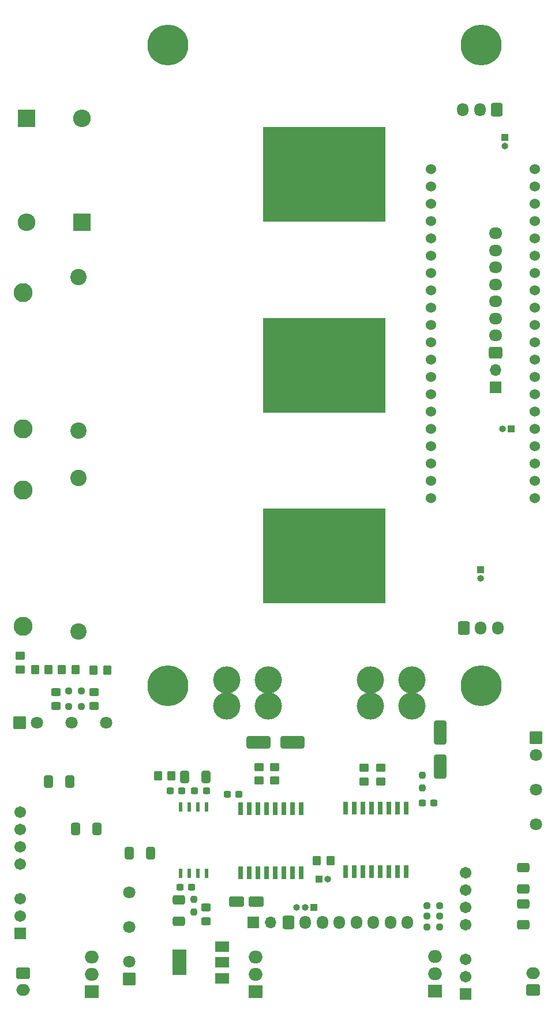
<source format=gbr>
%TF.GenerationSoftware,KiCad,Pcbnew,7.0.9*%
%TF.CreationDate,2024-10-22T00:58:25+05:30*%
%TF.ProjectId,Inverter,496e7665-7274-4657-922e-6b696361645f,rev?*%
%TF.SameCoordinates,Original*%
%TF.FileFunction,Soldermask,Top*%
%TF.FilePolarity,Negative*%
%FSLAX46Y46*%
G04 Gerber Fmt 4.6, Leading zero omitted, Abs format (unit mm)*
G04 Created by KiCad (PCBNEW 7.0.9) date 2024-10-22 00:58:25*
%MOMM*%
%LPD*%
G01*
G04 APERTURE LIST*
G04 Aperture macros list*
%AMRoundRect*
0 Rectangle with rounded corners*
0 $1 Rounding radius*
0 $2 $3 $4 $5 $6 $7 $8 $9 X,Y pos of 4 corners*
0 Add a 4 corners polygon primitive as box body*
4,1,4,$2,$3,$4,$5,$6,$7,$8,$9,$2,$3,0*
0 Add four circle primitives for the rounded corners*
1,1,$1+$1,$2,$3*
1,1,$1+$1,$4,$5*
1,1,$1+$1,$6,$7*
1,1,$1+$1,$8,$9*
0 Add four rect primitives between the rounded corners*
20,1,$1+$1,$2,$3,$4,$5,0*
20,1,$1+$1,$4,$5,$6,$7,0*
20,1,$1+$1,$6,$7,$8,$9,0*
20,1,$1+$1,$8,$9,$2,$3,0*%
G04 Aperture macros list end*
%ADD10R,0.558800X1.473200*%
%ADD11RoundRect,0.250000X1.500000X0.650000X-1.500000X0.650000X-1.500000X-0.650000X1.500000X-0.650000X0*%
%ADD12RoundRect,0.250000X0.450000X-0.350000X0.450000X0.350000X-0.450000X0.350000X-0.450000X-0.350000X0*%
%ADD13RoundRect,0.250000X-0.412500X-0.650000X0.412500X-0.650000X0.412500X0.650000X-0.412500X0.650000X0*%
%ADD14R,2.600000X2.600000*%
%ADD15O,2.600000X2.600000*%
%ADD16R,0.650000X1.850000*%
%ADD17RoundRect,0.250000X0.450000X-0.325000X0.450000X0.325000X-0.450000X0.325000X-0.450000X-0.325000X0*%
%ADD18R,2.000000X1.905000*%
%ADD19O,2.000000X1.905000*%
%ADD20RoundRect,0.102000X0.754000X-0.754000X0.754000X0.754000X-0.754000X0.754000X-0.754000X-0.754000X0*%
%ADD21C,1.712000*%
%ADD22RoundRect,0.250000X-0.600000X-0.725000X0.600000X-0.725000X0.600000X0.725000X-0.600000X0.725000X0*%
%ADD23O,1.700000X1.950000*%
%ADD24RoundRect,0.237500X-0.250000X-0.237500X0.250000X-0.237500X0.250000X0.237500X-0.250000X0.237500X0*%
%ADD25C,2.400000*%
%ADD26C,2.800000*%
%ADD27C,1.804000*%
%ADD28RoundRect,0.102000X-0.800000X-0.800000X0.800000X-0.800000X0.800000X0.800000X-0.800000X0.800000X0*%
%ADD29RoundRect,0.250000X-0.650000X1.500000X-0.650000X-1.500000X0.650000X-1.500000X0.650000X1.500000X0*%
%ADD30R,1.000000X1.000000*%
%ADD31O,1.000000X1.000000*%
%ADD32RoundRect,0.250000X-0.350000X-0.450000X0.350000X-0.450000X0.350000X0.450000X-0.350000X0.450000X0*%
%ADD33RoundRect,0.250000X0.750000X-0.600000X0.750000X0.600000X-0.750000X0.600000X-0.750000X-0.600000X0*%
%ADD34O,2.000000X1.700000*%
%ADD35RoundRect,0.250000X0.412500X0.650000X-0.412500X0.650000X-0.412500X-0.650000X0.412500X-0.650000X0*%
%ADD36RoundRect,0.250000X-0.650000X0.412500X-0.650000X-0.412500X0.650000X-0.412500X0.650000X0.412500X0*%
%ADD37RoundRect,0.237500X0.237500X-0.250000X0.237500X0.250000X-0.237500X0.250000X-0.237500X-0.250000X0*%
%ADD38R,1.700000X1.700000*%
%ADD39O,1.700000X1.700000*%
%ADD40RoundRect,0.237500X0.300000X0.237500X-0.300000X0.237500X-0.300000X-0.237500X0.300000X-0.237500X0*%
%ADD41RoundRect,0.237500X-0.300000X-0.237500X0.300000X-0.237500X0.300000X0.237500X-0.300000X0.237500X0*%
%ADD42R,2.000000X1.500000*%
%ADD43R,2.000000X3.800000*%
%ADD44RoundRect,0.102000X0.800000X-0.800000X0.800000X0.800000X-0.800000X0.800000X-0.800000X-0.800000X0*%
%ADD45RoundRect,0.102000X-0.800000X0.800000X-0.800000X-0.800000X0.800000X-0.800000X0.800000X0.800000X0*%
%ADD46RoundRect,0.250000X-0.450000X0.350000X-0.450000X-0.350000X0.450000X-0.350000X0.450000X0.350000X0*%
%ADD47RoundRect,0.237500X-0.237500X0.250000X-0.237500X-0.250000X0.237500X-0.250000X0.237500X0.250000X0*%
%ADD48RoundRect,0.237500X0.250000X0.237500X-0.250000X0.237500X-0.250000X-0.237500X0.250000X-0.237500X0*%
%ADD49RoundRect,0.250000X0.600000X0.725000X-0.600000X0.725000X-0.600000X-0.725000X0.600000X-0.725000X0*%
%ADD50RoundRect,0.250000X-0.750000X0.600000X-0.750000X-0.600000X0.750000X-0.600000X0.750000X0.600000X0*%
%ADD51RoundRect,0.250000X0.650000X-0.412500X0.650000X0.412500X-0.650000X0.412500X-0.650000X-0.412500X0*%
%ADD52RoundRect,0.250000X0.350000X0.450000X-0.350000X0.450000X-0.350000X-0.450000X0.350000X-0.450000X0*%
%ADD53C,1.524000*%
%ADD54RoundRect,0.250000X-0.450000X0.325000X-0.450000X-0.325000X0.450000X-0.325000X0.450000X0.325000X0*%
%ADD55RoundRect,0.250000X0.850000X0.500000X-0.850000X0.500000X-0.850000X-0.500000X0.850000X-0.500000X0*%
%ADD56RoundRect,0.250000X0.725000X-0.600000X0.725000X0.600000X-0.725000X0.600000X-0.725000X-0.600000X0*%
%ADD57O,1.950000X1.700000*%
%ADD58C,6.000000*%
%ADD59R,18.000000X14.000000*%
%ADD60C,4.000000*%
G04 APERTURE END LIST*
D10*
%TO.C,U10*%
X43755000Y-134023200D03*
X42485000Y-134023200D03*
X41215000Y-134023200D03*
X39945000Y-134023200D03*
X39945000Y-143776800D03*
X41215000Y-143776800D03*
X42485000Y-143776800D03*
X43755000Y-143776800D03*
%TD*%
D11*
%TO.C,D3*%
X56348000Y-124587000D03*
X51348000Y-124587000D03*
%TD*%
D12*
%TO.C,R12*%
X69258400Y-130320800D03*
X69258400Y-128320800D03*
%TD*%
D13*
%TO.C,C12*%
X24472500Y-137287000D03*
X27597500Y-137287000D03*
%TD*%
D14*
%TO.C,D8*%
X25400000Y-48260000D03*
D15*
X25400000Y-33020000D03*
%TD*%
D16*
%TO.C,IC1*%
X57632600Y-134312400D03*
X56362600Y-134312400D03*
X55092600Y-134312400D03*
X53822600Y-134312400D03*
X52552600Y-134312400D03*
X51282600Y-134312400D03*
X50012600Y-134312400D03*
X48742600Y-134312400D03*
X48742600Y-143662400D03*
X50012600Y-143662400D03*
X51282600Y-143662400D03*
X52552600Y-143662400D03*
X53822600Y-143662400D03*
X55092600Y-143662400D03*
X56362600Y-143662400D03*
X57632600Y-143662400D03*
%TD*%
D17*
%TO.C,D19*%
X43650000Y-150825000D03*
X43650000Y-148775000D03*
%TD*%
D13*
%TO.C,C37*%
X32387500Y-140800000D03*
X35512500Y-140800000D03*
%TD*%
D17*
%TO.C,D15*%
X27200000Y-119206000D03*
X27200000Y-117156000D03*
%TD*%
D18*
%TO.C,U3*%
X50895000Y-161090000D03*
D19*
X50895000Y-158550000D03*
X50895000Y-156010000D03*
%TD*%
D20*
%TO.C,PS1*%
X16365000Y-152595500D03*
D21*
X16365000Y-150055500D03*
X16365000Y-147515500D03*
X16365000Y-142435500D03*
X16365000Y-139895500D03*
X16365000Y-137355500D03*
X16365000Y-134815500D03*
%TD*%
D22*
%TO.C,J2*%
X55706000Y-150977600D03*
D23*
X58206000Y-150977600D03*
X60706000Y-150977600D03*
X63206000Y-150977600D03*
X65706000Y-150977600D03*
X68206000Y-150977600D03*
X70706000Y-150977600D03*
X73206000Y-150977600D03*
%TD*%
D24*
%TO.C,R23*%
X23506880Y-119324000D03*
X25331880Y-119324000D03*
%TD*%
D25*
%TO.C,C25*%
X24892000Y-56314000D03*
X24892000Y-78814000D03*
%TD*%
D26*
%TO.C,R5*%
X16764000Y-58580000D03*
X16764000Y-78580000D03*
%TD*%
D27*
%TO.C,IC3*%
X18796000Y-121666000D03*
X23876000Y-121666000D03*
D28*
X16256000Y-121666000D03*
D27*
X28956000Y-121666000D03*
%TD*%
D29*
%TO.C,D6*%
X78054200Y-123128400D03*
X78054200Y-128128400D03*
%TD*%
D30*
%TO.C,J9*%
X60250000Y-144600000D03*
D31*
X61520000Y-144600000D03*
%TD*%
D32*
%TO.C,R28*%
X59900000Y-141950000D03*
X61900000Y-141950000D03*
%TD*%
D33*
%TO.C,J3*%
X91622200Y-160914400D03*
D34*
X91622200Y-158414400D03*
%TD*%
D24*
%TO.C,R18*%
X76102200Y-151638000D03*
X77927200Y-151638000D03*
%TD*%
D35*
%TO.C,C3*%
X43612500Y-129600000D03*
X40487500Y-129600000D03*
%TD*%
D36*
%TO.C,C15*%
X39662200Y-147653300D03*
X39662200Y-150778300D03*
%TD*%
D12*
%TO.C,R1*%
X51435000Y-130159000D03*
X51435000Y-128159000D03*
%TD*%
D37*
%TO.C,R4*%
X75412600Y-131214500D03*
X75412600Y-129389500D03*
%TD*%
D18*
%TO.C,U2*%
X77266800Y-161074500D03*
D19*
X77266800Y-158534500D03*
X77266800Y-155994500D03*
%TD*%
D38*
%TO.C,J13*%
X86100000Y-72480000D03*
D39*
X86100000Y-69940000D03*
%TD*%
D24*
%TO.C,R20*%
X76076800Y-148513800D03*
X77901800Y-148513800D03*
%TD*%
D40*
%TO.C,C20*%
X48487500Y-132207000D03*
X46762500Y-132207000D03*
%TD*%
D16*
%TO.C,IC5*%
X73050400Y-134210800D03*
X71780400Y-134210800D03*
X70510400Y-134210800D03*
X69240400Y-134210800D03*
X67970400Y-134210800D03*
X66700400Y-134210800D03*
X65430400Y-134210800D03*
X64160400Y-134210800D03*
X64160400Y-143560800D03*
X65430400Y-143560800D03*
X66700400Y-143560800D03*
X67970400Y-143560800D03*
X69240400Y-143560800D03*
X70510400Y-143560800D03*
X71780400Y-143560800D03*
X73050400Y-143560800D03*
%TD*%
D30*
%TO.C,J8*%
X88420000Y-78550000D03*
D31*
X87150000Y-78550000D03*
%TD*%
D41*
%TO.C,C36*%
X39837500Y-145800000D03*
X41562500Y-145800000D03*
%TD*%
D26*
%TO.C,R6*%
X16764000Y-87536000D03*
X16764000Y-107536000D03*
%TD*%
D32*
%TO.C,R33*%
X18550000Y-113850000D03*
X20550000Y-113850000D03*
%TD*%
D40*
%TO.C,C4*%
X40112500Y-131650000D03*
X38387500Y-131650000D03*
%TD*%
D42*
%TO.C,U4*%
X46050600Y-159145000D03*
X46050600Y-156845000D03*
D43*
X39750600Y-156845000D03*
D42*
X46050600Y-154545000D03*
%TD*%
D27*
%TO.C,IC2*%
X32411800Y-156688200D03*
X32411800Y-151608200D03*
D44*
X32411800Y-159228200D03*
D27*
X32411800Y-146528200D03*
%TD*%
D18*
%TO.C,U1*%
X26873200Y-161112200D03*
D19*
X26873200Y-158572200D03*
X26873200Y-156032200D03*
%TD*%
D24*
%TO.C,R19*%
X76078700Y-150063200D03*
X77903700Y-150063200D03*
%TD*%
D22*
%TO.C,J6*%
X81450000Y-107800000D03*
D23*
X83950000Y-107800000D03*
X86450000Y-107800000D03*
%TD*%
D32*
%TO.C,R29*%
X27150000Y-113950000D03*
X29150000Y-113950000D03*
%TD*%
D41*
%TO.C,C23*%
X75362900Y-133477000D03*
X77087900Y-133477000D03*
%TD*%
D27*
%TO.C,IC4*%
X92075000Y-126390000D03*
X92075000Y-131470000D03*
D45*
X92075000Y-123850000D03*
D27*
X92075000Y-136550000D03*
%TD*%
D25*
%TO.C,C24*%
X24892000Y-108278000D03*
X24892000Y-85778000D03*
%TD*%
D32*
%TO.C,R31*%
X22500000Y-113850000D03*
X24500000Y-113850000D03*
%TD*%
D12*
%TO.C,R3*%
X66878200Y-130286000D03*
X66878200Y-128286000D03*
%TD*%
D46*
%TO.C,R32*%
X16350000Y-111850000D03*
X16350000Y-113850000D03*
%TD*%
D35*
%TO.C,C9*%
X23622000Y-130302000D03*
X20497000Y-130302000D03*
%TD*%
D30*
%TO.C,J11*%
X87500000Y-35850000D03*
D31*
X87500000Y-37120000D03*
%TD*%
D47*
%TO.C,R27*%
X41846600Y-147592100D03*
X41846600Y-149417100D03*
%TD*%
D48*
%TO.C,R24*%
X25318500Y-117038000D03*
X23493500Y-117038000D03*
%TD*%
D20*
%TO.C,PS2*%
X81744600Y-161440000D03*
D21*
X81744600Y-158900000D03*
X81744600Y-156360000D03*
X81744600Y-151280000D03*
X81744600Y-148740000D03*
X81744600Y-146200000D03*
X81744600Y-143660000D03*
%TD*%
D49*
%TO.C,J7*%
X86350000Y-31800000D03*
D23*
X83850000Y-31800000D03*
X81350000Y-31800000D03*
%TD*%
D50*
%TO.C,J1*%
X16835800Y-158414400D03*
D34*
X16835800Y-160914400D03*
%TD*%
D51*
%TO.C,C10*%
X90195400Y-151346300D03*
X90195400Y-148221300D03*
%TD*%
D52*
%TO.C,R30*%
X38600000Y-129500000D03*
X36600000Y-129500000D03*
%TD*%
D53*
%TO.C,U9*%
X76680000Y-88730000D03*
X91920000Y-45550000D03*
X76680000Y-83650000D03*
X76680000Y-86190000D03*
X91920000Y-40470000D03*
X91920000Y-43010000D03*
X91920000Y-48090000D03*
X91920000Y-78570000D03*
X91920000Y-76030000D03*
X91920000Y-73490000D03*
X91920000Y-70950000D03*
X91920000Y-68410000D03*
X91920000Y-65870000D03*
X91920000Y-63330000D03*
X91920000Y-60790000D03*
X76680000Y-50630000D03*
X76680000Y-53170000D03*
X76680000Y-55710000D03*
X76680000Y-58250000D03*
X76680000Y-60790000D03*
X76680000Y-63330000D03*
X91920000Y-58250000D03*
X91920000Y-55710000D03*
X76680000Y-65870000D03*
X76680000Y-68410000D03*
X76680000Y-70950000D03*
X76680000Y-73490000D03*
X76680000Y-76030000D03*
X76680000Y-78570000D03*
X76680000Y-81110000D03*
X91920000Y-53170000D03*
X91920000Y-50630000D03*
X76680000Y-40470000D03*
X76680000Y-43010000D03*
X76680000Y-45550000D03*
X76680000Y-48090000D03*
X91920000Y-86190000D03*
X91920000Y-83650000D03*
X91920000Y-81110000D03*
X91920000Y-88730000D03*
%TD*%
D30*
%TO.C,J10*%
X83950000Y-99250000D03*
D31*
X83950000Y-100520000D03*
%TD*%
D54*
%TO.C,D14*%
X21612000Y-117156000D03*
X21612000Y-119206000D03*
%TD*%
D41*
%TO.C,C29*%
X41987500Y-131700000D03*
X43712500Y-131700000D03*
%TD*%
D51*
%TO.C,C13*%
X90220800Y-146037700D03*
X90220800Y-142912700D03*
%TD*%
D12*
%TO.C,R11*%
X53721000Y-130159000D03*
X53721000Y-128159000D03*
%TD*%
D55*
%TO.C,D20*%
X51000000Y-147900000D03*
X48100000Y-147900000D03*
%TD*%
D14*
%TO.C,D7*%
X17272000Y-33020000D03*
D15*
X17272000Y-48260000D03*
%TD*%
D56*
%TO.C,J5*%
X86100000Y-67400000D03*
D57*
X86100000Y-64900000D03*
X86100000Y-62400000D03*
X86100000Y-59900000D03*
X86100000Y-57400000D03*
X86100000Y-54900000D03*
X86100000Y-52400000D03*
X86100000Y-49900000D03*
%TD*%
D58*
%TO.C,U7*%
X84010800Y-116249800D03*
X84010800Y-22249800D03*
X38010800Y-116249800D03*
X38010800Y-22249800D03*
D59*
X61010800Y-41249800D03*
X61010800Y-69249800D03*
X61010800Y-97249800D03*
D60*
X73837800Y-119212800D03*
X73837800Y-115402800D03*
X67741800Y-119212800D03*
X67741800Y-115402800D03*
X46659800Y-119212800D03*
X46659800Y-115402800D03*
X52755800Y-119212800D03*
X52755800Y-115402800D03*
%TD*%
D30*
%TO.C,J4*%
X59461400Y-148742400D03*
D31*
X58191400Y-148742400D03*
X56921400Y-148742400D03*
%TD*%
D38*
%TO.C,J12*%
X50620000Y-150977600D03*
D39*
X53160000Y-150977600D03*
%TD*%
M02*

</source>
